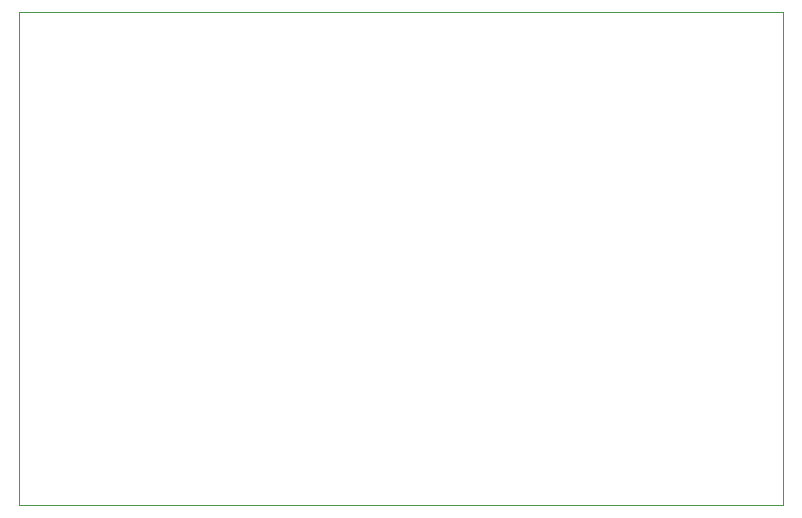
<source format=gbr>
%TF.GenerationSoftware,KiCad,Pcbnew,5.1.10-88a1d61d58~90~ubuntu20.04.1*%
%TF.CreationDate,2021-09-12T20:39:34-04:00*%
%TF.ProjectId,VoltageCurrentMeter,566f6c74-6167-4654-9375-7272656e744d,rev?*%
%TF.SameCoordinates,Original*%
%TF.FileFunction,Profile,NP*%
%FSLAX46Y46*%
G04 Gerber Fmt 4.6, Leading zero omitted, Abs format (unit mm)*
G04 Created by KiCad (PCBNEW 5.1.10-88a1d61d58~90~ubuntu20.04.1) date 2021-09-12 20:39:34*
%MOMM*%
%LPD*%
G01*
G04 APERTURE LIST*
%TA.AperFunction,Profile*%
%ADD10C,0.050000*%
%TD*%
G04 APERTURE END LIST*
D10*
X50241200Y-123748800D02*
X50241200Y-81991200D01*
X114858800Y-123748800D02*
X50241200Y-123748800D01*
X114858800Y-81991200D02*
X114858800Y-123748800D01*
X50241200Y-81991200D02*
X114858800Y-81991200D01*
M02*

</source>
